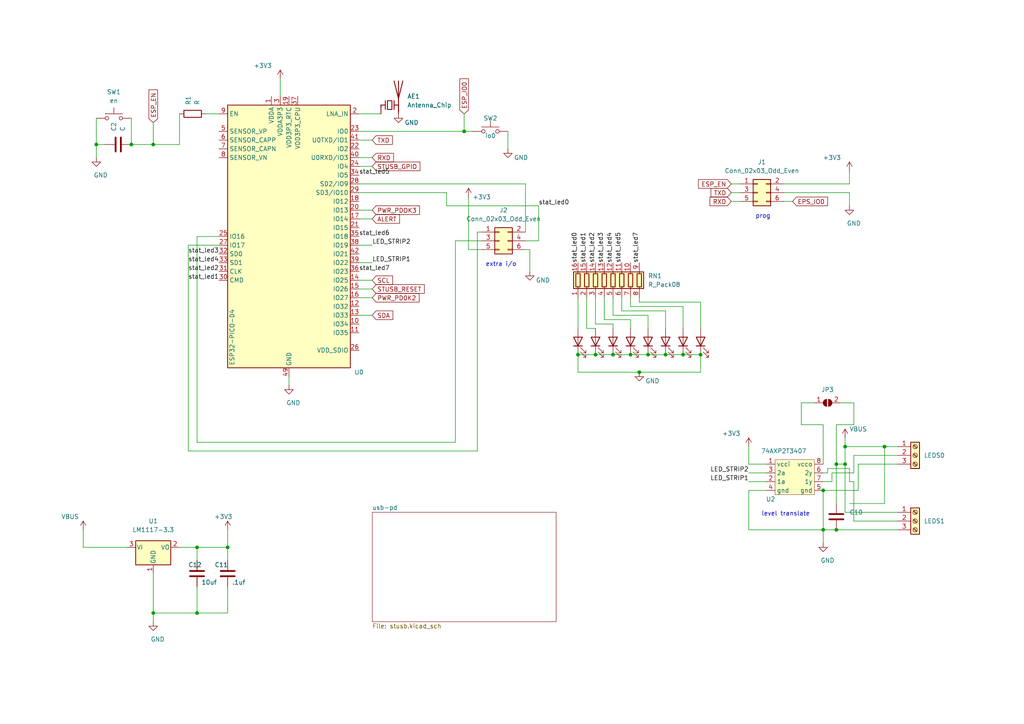
<source format=kicad_sch>
(kicad_sch (version 20210126) (generator eeschema)
  (paper "A4")
  (lib_symbols
    (symbol "Connector:Screw_Terminal_01x03" (pin_names (offset 1.016) hide)
      (property "Reference" "J" (at 0 5.08 0))
      (property "Value" "Screw_Terminal_01x03" (at 0 -5.08 0))
      (symbol "Screw_Terminal_01x03_1_1"
        (circle (center 0 -2.54) (radius 0.635) (stroke (width 0.1524)))
        (circle (center 0 0) (radius 0.635) (stroke (width 0.1524)))
        (circle (center 0 2.54) (radius 0.635) (stroke (width 0.1524)))
        (rectangle (start -1.27 3.81) (end 1.27 -3.81) (stroke (width 0.254)) (fill (type background)))
        (polyline (pts (xy -0.5334 -2.2098) (xy 0.3302 -3.048)) (stroke (width 0.1524)))
        (polyline (pts (xy -0.5334 0.3302) (xy 0.3302 -0.508)) (stroke (width 0.1524)))
        (polyline (pts (xy -0.5334 2.8702) (xy 0.3302 2.032)) (stroke (width 0.1524)))
        (polyline (pts (xy -0.3556 -2.032) (xy 0.508 -2.8702)) (stroke (width 0.1524)))
        (polyline (pts (xy -0.3556 0.508) (xy 0.508 -0.3302)) (stroke (width 0.1524)))
        (polyline (pts (xy -0.3556 3.048) (xy 0.508 2.2098)) (stroke (width 0.1524)))
        (pin passive line (at -5.08 2.54 0) (length 3.81) (name "Pin_1") (number "1"))
        (pin passive line (at -5.08 0 0) (length 3.81) (name "Pin_2") (number "2"))
        (pin passive line (at -5.08 -2.54 0) (length 3.81) (name "Pin_3") (number "3"))
      )
    )
    (symbol "Connector_Generic:Conn_02x03_Odd_Even" (pin_names (offset 1.016) hide)
      (property "Reference" "J" (at 1.27 5.08 0))
      (property "Value" "Conn_02x03_Odd_Even" (at 1.27 -5.08 0))
      (symbol "Conn_02x03_Odd_Even_1_1"
        (rectangle (start -1.27 -2.413) (end 0 -2.667) (stroke (width 0.1524)))
        (rectangle (start -1.27 2.667) (end 0 2.413) (stroke (width 0.1524)))
        (rectangle (start -1.27 3.81) (end 3.81 -3.81) (stroke (width 0.254)) (fill (type background)))
        (rectangle (start -1.27 0.127) (end 0 -0.127) (stroke (width 0.1524)))
        (rectangle (start 3.81 -2.413) (end 2.54 -2.667) (stroke (width 0.1524)))
        (rectangle (start 3.81 2.667) (end 2.54 2.413) (stroke (width 0.1524)))
        (rectangle (start 3.81 0.127) (end 2.54 -0.127) (stroke (width 0.1524)))
        (pin passive line (at -5.08 2.54 0) (length 3.81) (name "Pin_1") (number "1"))
        (pin passive line (at 7.62 2.54 180) (length 3.81) (name "Pin_2") (number "2"))
        (pin passive line (at -5.08 0 0) (length 3.81) (name "Pin_3") (number "3"))
        (pin passive line (at 7.62 0 180) (length 3.81) (name "Pin_4") (number "4"))
        (pin passive line (at -5.08 -2.54 0) (length 3.81) (name "Pin_5") (number "5"))
        (pin passive line (at 7.62 -2.54 180) (length 3.81) (name "Pin_6") (number "6"))
      )
    )
    (symbol "Device:Antenna_Chip" (pin_numbers hide) (pin_names (offset 1.016) hide)
      (property "Reference" "AE" (at 0 5.08 0))
      (property "Value" "Antenna_Chip" (at 0 3.175 0))
      (symbol "Antenna_Chip_0_1"
        (polyline (pts (xy -2.54 0) (xy -2.54 -0.635)) (stroke (width 0.254)))
        (polyline (pts (xy -2.54 0) (xy -1.27 0)) (stroke (width 0.254)))
        (polyline (pts (xy 1.27 0) (xy 2.54 0)) (stroke (width 0.254)))
        (polyline (pts (xy 1.27 1.27) (xy 1.27 -1.27)) (stroke (width 0.254)))
        (polyline (pts (xy 2.54 -0.635) (xy 2.54 0)))
        (polyline (pts (xy 2.54 6.985) (xy 2.54 -1.905)) (stroke (width 0.254)))
        (polyline (pts (xy -1.27 1.27) (xy -1.27 -1.27) (xy -1.27 0)) (stroke (width 0.254)))
        (polyline (pts (xy 3.81 6.985) (xy 2.54 1.905) (xy 1.27 6.985)) (stroke (width 0.254)))
        (polyline (pts (xy -0.635 1.27) (xy 0.635 1.27) (xy 0.635 -1.27) (xy -0.635 -1.27) (xy -0.635 1.27)) (stroke (width 0.254)))
      )
      (symbol "Antenna_Chip_1_1"
        (pin input line (at -2.54 -2.54 90) (length 2.54) (name "FEED") (number "1"))
        (pin passive line (at 2.54 -2.54 90) (length 2.54) (name "PCB_Trace") (number "2"))
      )
    )
    (symbol "Device:C" (pin_numbers hide) (pin_names (offset 0.254))
      (property "Reference" "C" (at 0.635 2.54 0))
      (property "Value" "C" (at 0.635 -2.54 0))
      (symbol "C_0_1"
        (polyline (pts (xy -2.032 -0.762) (xy 2.032 -0.762)) (stroke (width 0.508)))
        (polyline (pts (xy -2.032 0.762) (xy 2.032 0.762)) (stroke (width 0.508)))
      )
      (symbol "C_1_1"
        (pin passive line (at 0 3.81 270) (length 2.794) (name "~") (number "1"))
        (pin passive line (at 0 -3.81 90) (length 2.794) (name "~") (number "2"))
      )
    )
    (symbol "Device:LED" (pin_numbers hide) (pin_names (offset 1.016) hide)
      (property "Reference" "D" (at 0 2.54 0))
      (property "Value" "LED" (at 0 -2.54 0))
      (symbol "LED_0_1"
        (polyline (pts (xy -1.27 -1.27) (xy -1.27 1.27)) (stroke (width 0.254)))
        (polyline (pts (xy -1.27 0) (xy 1.27 0)))
        (polyline (pts (xy 1.27 -1.27) (xy 1.27 1.27) (xy -1.27 0) (xy 1.27 -1.27)) (stroke (width 0.254)))
        (polyline (pts (xy -3.048 -0.762) (xy -4.572 -2.286) (xy -3.81 -2.286) (xy -4.572 -2.286) (xy -4.572 -1.524)))
        (polyline (pts (xy -1.778 -0.762) (xy -3.302 -2.286) (xy -2.54 -2.286) (xy -3.302 -2.286) (xy -3.302 -1.524)))
      )
      (symbol "LED_1_1"
        (pin passive line (at -3.81 0 0) (length 2.54) (name "K") (number "1"))
        (pin passive line (at 3.81 0 180) (length 2.54) (name "A") (number "2"))
      )
    )
    (symbol "Device:R" (pin_numbers hide) (pin_names (offset 0))
      (property "Reference" "R" (at 2.032 0 90))
      (property "Value" "R" (at 0 0 90))
      (symbol "R_0_1"
        (rectangle (start -1.016 -2.54) (end 1.016 2.54) (stroke (width 0.254)))
      )
      (symbol "R_1_1"
        (pin passive line (at 0 3.81 270) (length 1.27) (name "~") (number "1"))
        (pin passive line (at 0 -3.81 90) (length 1.27) (name "~") (number "2"))
      )
    )
    (symbol "Device:R_Pack08" (pin_names (offset 0) hide)
      (property "Reference" "RN" (at -12.7 0 90))
      (property "Value" "R_Pack08" (at 10.16 0 90))
      (symbol "R_Pack08_0_1"
        (rectangle (start -11.43 -2.413) (end 8.89 2.413) (stroke (width 0.254)) (fill (type background)))
        (rectangle (start -10.795 1.905) (end -9.525 -1.905) (stroke (width 0.254)))
        (rectangle (start -8.255 1.905) (end -6.985 -1.905) (stroke (width 0.254)))
        (rectangle (start -5.715 1.905) (end -4.445 -1.905) (stroke (width 0.254)))
        (rectangle (start -3.175 1.905) (end -1.905 -1.905) (stroke (width 0.254)))
        (rectangle (start -0.635 1.905) (end 0.635 -1.905) (stroke (width 0.254)))
        (rectangle (start 1.905 1.905) (end 3.175 -1.905) (stroke (width 0.254)))
        (rectangle (start 4.445 1.905) (end 5.715 -1.905) (stroke (width 0.254)))
        (rectangle (start 6.985 1.905) (end 8.255 -1.905) (stroke (width 0.254)))
        (polyline (pts (xy -10.16 -2.54) (xy -10.16 -1.905)))
        (polyline (pts (xy -10.16 1.905) (xy -10.16 2.54)))
        (polyline (pts (xy -7.62 -2.54) (xy -7.62 -1.905)))
        (polyline (pts (xy -7.62 1.905) (xy -7.62 2.54)))
        (polyline (pts (xy -5.08 -2.54) (xy -5.08 -1.905)))
        (polyline (pts (xy -5.08 1.905) (xy -5.08 2.54)))
        (polyline (pts (xy -2.54 -2.54) (xy -2.54 -1.905)))
        (polyline (pts (xy -2.54 1.905) (xy -2.54 2.54)))
        (polyline (pts (xy 0 -2.54) (xy 0 -1.905)))
        (polyline (pts (xy 0 1.905) (xy 0 2.54)))
        (polyline (pts (xy 2.54 -2.54) (xy 2.54 -1.905)))
        (polyline (pts (xy 2.54 1.905) (xy 2.54 2.54)))
        (polyline (pts (xy 5.08 -2.54) (xy 5.08 -1.905)))
        (polyline (pts (xy 5.08 1.905) (xy 5.08 2.54)))
        (polyline (pts (xy 7.62 -2.54) (xy 7.62 -1.905)))
        (polyline (pts (xy 7.62 1.905) (xy 7.62 2.54)))
      )
      (symbol "R_Pack08_1_1"
        (pin passive line (at -10.16 -5.08 90) (length 2.54) (name "R1.1") (number "1"))
        (pin passive line (at 5.08 5.08 270) (length 2.54) (name "R7.2") (number "10"))
        (pin passive line (at 2.54 5.08 270) (length 2.54) (name "R6.2") (number "11"))
        (pin passive line (at 0 5.08 270) (length 2.54) (name "R5.2") (number "12"))
        (pin passive line (at -2.54 5.08 270) (length 2.54) (name "R4.2") (number "13"))
        (pin passive line (at -5.08 5.08 270) (length 2.54) (name "R3.2") (number "14"))
        (pin passive line (at -7.62 5.08 270) (length 2.54) (name "R2.2") (number "15"))
        (pin passive line (at -10.16 5.08 270) (length 2.54) (name "R1.2") (number "16"))
        (pin passive line (at -7.62 -5.08 90) (length 2.54) (name "R2.1") (number "2"))
        (pin passive line (at -5.08 -5.08 90) (length 2.54) (name "R3.1") (number "3"))
        (pin passive line (at -2.54 -5.08 90) (length 2.54) (name "R4.1") (number "4"))
        (pin passive line (at 0 -5.08 90) (length 2.54) (name "R5.1") (number "5"))
        (pin passive line (at 2.54 -5.08 90) (length 2.54) (name "R6.1") (number "6"))
        (pin passive line (at 5.08 -5.08 90) (length 2.54) (name "R7.1") (number "7"))
        (pin passive line (at 7.62 -5.08 90) (length 2.54) (name "R8.1") (number "8"))
        (pin passive line (at 7.62 5.08 270) (length 2.54) (name "R8.2") (number "9"))
      )
    )
    (symbol "Jumper:SolderJumper_2_Open" (pin_names (offset 0) hide)
      (property "Reference" "JP" (at 0 2.032 0))
      (property "Value" "SolderJumper_2_Open" (at 0 -2.54 0))
      (symbol "SolderJumper_2_Open_0_1"
        (arc (start -0.254 1.016) (end -0.254 -1.016) (radius (at -0.254 0) (length 1.016) (angles 90.1 -90.1)))
        (arc (start -0.254 1.016) (end -0.254 -1.016) (radius (at -0.254 0) (length 1.016) (angles 90.1 -90.1)) (fill (type outline)))
        (arc (start 0.254 -1.016) (end 0.254 1.016) (radius (at 0.254 0) (length 1.016) (angles -89.9 89.9)))
        (arc (start 0.254 -1.016) (end 0.254 1.016) (radius (at 0.254 0) (length 1.016) (angles -89.9 89.9)) (fill (type outline)))
        (polyline (pts (xy -0.254 1.016) (xy -0.254 -1.016)))
        (polyline (pts (xy 0.254 1.016) (xy 0.254 -1.016)))
      )
      (symbol "SolderJumper_2_Open_1_1"
        (pin passive line (at -3.81 0 0) (length 2.54) (name "A") (number "1"))
        (pin passive line (at 3.81 0 180) (length 2.54) (name "B") (number "2"))
      )
    )
    (symbol "RF_Module:ESP32-PICO-D4"
      (property "Reference" "U" (at -17.78 39.37 0))
      (property "Value" "ESP32-PICO-D4" (at 3.81 39.37 0))
      (symbol "ESP32-PICO-D4_0_0"
        (pin power_in line (at -5.08 40.64 270) (length 2.54) (name "VDDA") (number "1"))
        (pin input line (at 20.32 -25.4 180) (length 2.54) (name "IO34") (number "10"))
        (pin input line (at 20.32 -27.94 180) (length 2.54) (name "IO35") (number "11"))
        (pin bidirectional line (at 20.32 -20.32 180) (length 2.54) (name "IO32") (number "12"))
        (pin bidirectional line (at 20.32 -22.86 180) (length 2.54) (name "IO33") (number "13"))
        (pin bidirectional line (at 20.32 -12.7 180) (length 2.54) (name "IO25") (number "14"))
        (pin bidirectional line (at 20.32 -15.24 180) (length 2.54) (name "IO26") (number "15"))
        (pin bidirectional line (at 20.32 -17.78 180) (length 2.54) (name "IO27") (number "16"))
        (pin bidirectional line (at 20.32 5.08 180) (length 2.54) (name "IO14") (number "17"))
        (pin bidirectional line (at 20.32 10.16 180) (length 2.54) (name "IO12") (number "18"))
        (pin power_in line (at 0 40.64 270) (length 2.54) (name "VDD3P3_RTC") (number "19"))
        (pin bidirectional line (at 20.32 35.56 180) (length 2.54) (name "LNA_IN") (number "2"))
        (pin bidirectional line (at 20.32 7.62 180) (length 2.54) (name "IO13") (number "20"))
        (pin bidirectional line (at 20.32 2.54 180) (length 2.54) (name "IO15") (number "21"))
        (pin bidirectional line (at 20.32 25.4 180) (length 2.54) (name "IO2") (number "22"))
        (pin bidirectional line (at 20.32 30.48 180) (length 2.54) (name "IO0") (number "23"))
        (pin bidirectional line (at 20.32 20.32 180) (length 2.54) (name "IO4") (number "24"))
        (pin bidirectional line (at -20.32 0 0) (length 2.54) (name "IO16") (number "25"))
        (pin power_out line (at 20.32 -33.02 180) (length 2.54) (name "VDD_SDIO") (number "26"))
        (pin bidirectional line (at -20.32 -2.54 0) (length 2.54) (name "IO17") (number "27"))
        (pin bidirectional line (at 20.32 15.24 180) (length 2.54) (name "SD2/IO9") (number "28"))
        (pin bidirectional line (at 20.32 12.7 180) (length 2.54) (name "SD3/IO10") (number "29"))
        (pin power_in line (at -2.54 40.64 270) (length 2.54) (name "VDDA3P3") (number "3"))
        (pin bidirectional line (at -20.32 -12.7 0) (length 2.54) (name "CMD") (number "30"))
        (pin bidirectional line (at -20.32 -10.16 0) (length 2.54) (name "CLK") (number "31"))
        (pin bidirectional line (at -20.32 -5.08 0) (length 2.54) (name "SD0") (number "32"))
        (pin bidirectional line (at -20.32 -7.62 0) (length 2.54) (name "SD1") (number "33"))
        (pin bidirectional line (at 20.32 17.78 180) (length 2.54) (name "IO5") (number "34"))
        (pin bidirectional line (at 20.32 0 180) (length 2.54) (name "IO18") (number "35"))
        (pin bidirectional line (at 20.32 -10.16 180) (length 2.54) (name "IO23") (number "36"))
        (pin power_in line (at 2.54 40.64 270) (length 2.54) (name "VDD3P3_CPU") (number "37"))
        (pin bidirectional line (at 20.32 -2.54 180) (length 2.54) (name "IO19") (number "38"))
        (pin bidirectional line (at 20.32 -7.62 180) (length 2.54) (name "IO22") (number "39"))
        (pin passive line (at -2.54 40.64 270) (length 2.54) hide (name "VDDA3P3") (number "4"))
        (pin bidirectional line (at 20.32 22.86 180) (length 2.54) (name "U0RXD/IO3") (number "40"))
        (pin bidirectional line (at 20.32 27.94 180) (length 2.54) (name "U0TXD/IO1") (number "41"))
        (pin bidirectional line (at 20.32 -5.08 180) (length 2.54) (name "IO21") (number "42"))
        (pin passive line (at -5.08 40.64 270) (length 2.54) hide (name "VDDA") (number "43"))
        (pin no_connect line (at -17.78 -25.4 0) (length 2.54) hide (name "XTAL_N_NC") (number "44"))
        (pin no_connect line (at -17.78 -27.94 0) (length 2.54) hide (name "XTAL_P_NC") (number "45"))
        (pin passive line (at -5.08 40.64 270) (length 2.54) hide (name "VDDA") (number "46"))
        (pin no_connect line (at -17.78 -30.48 0) (length 2.54) hide (name "CAP2_NC") (number "47"))
        (pin no_connect line (at -17.78 -33.02 0) (length 2.54) hide (name "CAP1_NC") (number "48"))
        (pin power_in line (at 0 -40.64 90) (length 2.54) (name "GND") (number "49"))
        (pin input line (at -20.32 30.48 0) (length 2.54) (name "SENSOR_VP") (number "5"))
        (pin input line (at -20.32 27.94 0) (length 2.54) (name "SENSOR_CAPP") (number "6"))
        (pin input line (at -20.32 25.4 0) (length 2.54) (name "SENSOR_CAPN") (number "7"))
        (pin input line (at -20.32 22.86 0) (length 2.54) (name "SENSOR_VN") (number "8"))
        (pin input line (at -20.32 35.56 0) (length 2.54) (name "EN") (number "9"))
      )
      (symbol "ESP32-PICO-D4_0_1"
        (rectangle (start -17.78 38.1) (end 17.78 -38.1) (stroke (width 0.254)) (fill (type background)))
      )
    )
    (symbol "Regulator_Linear:LM1117-3.3" (pin_names (offset 0.254))
      (property "Reference" "U" (at -3.81 3.175 0))
      (property "Value" "LM1117-3.3" (at 0 3.175 0))
      (symbol "LM1117-3.3_0_1"
        (rectangle (start -5.08 -5.08) (end 5.08 1.905) (stroke (width 0.254)) (fill (type background)))
      )
      (symbol "LM1117-3.3_1_1"
        (pin power_in line (at 0 -7.62 90) (length 2.54) (name "GND") (number "1"))
        (pin power_out line (at 7.62 0 180) (length 2.54) (name "VO") (number "2"))
        (pin power_in line (at -7.62 0 0) (length 2.54) (name "VI") (number "3"))
      )
    )
    (symbol "Switch:SW_Push" (pin_numbers hide) (pin_names (offset 1.016) hide)
      (property "Reference" "SW" (at 1.27 2.54 0))
      (property "Value" "SW_Push" (at 0 -1.524 0))
      (symbol "SW_Push_0_1"
        (circle (center -2.032 0) (radius 0.508))
        (circle (center 2.032 0) (radius 0.508))
        (polyline (pts (xy 0 1.27) (xy 0 3.048)))
        (polyline (pts (xy 2.54 1.27) (xy -2.54 1.27)))
        (pin passive line (at -5.08 0 0) (length 2.54) (name "1") (number "1"))
        (pin passive line (at 5.08 0 180) (length 2.54) (name "2") (number "2"))
      )
    )
    (symbol "power:+3.3V" (power) (pin_names (offset 0))
      (property "Value" "+3.3V" (at 0 3.556 0))
      (symbol "+3.3V_0_1"
        (polyline (pts (xy -0.762 1.27) (xy 0 2.54)))
        (polyline (pts (xy 0 0) (xy 0 2.54)))
        (polyline (pts (xy 0 2.54) (xy 0.762 1.27)))
      )
      (symbol "+3.3V_1_1"
        (pin power_in line (at 0 0 90) (length 0) hide (name "+3V3") (number "1"))
      )
    )
    (symbol "power:GND" (power) (pin_names (offset 0))
      (property "Value" "GND" (at 0 -3.81 0))
      (symbol "GND_0_1"
        (polyline (pts (xy 0 0) (xy 0 -1.27) (xy 1.27 -1.27) (xy 0 -2.54) (xy -1.27 -1.27) (xy 0 -1.27)))
      )
      (symbol "GND_1_1"
        (pin power_in line (at 0 0 270) (length 0) hide (name "GND") (number "1"))
      )
    )
    (symbol "power:VBUS" (power) (pin_names (offset 0))
      (property "Value" "VBUS" (at 0 3.81 0))
      (symbol "VBUS_0_1"
        (polyline (pts (xy -0.762 1.27) (xy 0 2.54)))
        (polyline (pts (xy 0 0) (xy 0 2.54)))
        (polyline (pts (xy 0 2.54) (xy 0.762 1.27)))
      )
      (symbol "VBUS_1_1"
        (pin power_in line (at 0 0 90) (length 0) hide (name "VBUS") (number "1"))
      )
    )
    (symbol "precise:74AXP2T3407"
      (property "Reference" "U" (at 3.81 -6.35 0))
      (property "Value" "74AXP2T3407" (at 1.27 -7.62 0))
      (symbol "74AXP2T3407_0_1"
        (rectangle (start -5.08 5.08) (end 6.35 -5.08) (stroke (width 0.1)) (fill (type background)))
      )
      (symbol "74AXP2T3407_1_1"
        (pin power_in line (at -7.62 3.81 0) (length 2.54) (name "vcci") (number "1"))
        (pin input line (at -7.62 -1.27 0) (length 2.54) (name "1a") (number "2"))
        (pin input line (at -7.62 1.27 0) (length 2.54) (name "2a") (number "3"))
        (pin power_out line (at -7.62 -3.81 0) (length 2.54) (name "gnd") (number "4"))
        (pin power_in line (at 8.89 3.81 180) (length 2.54) (name "vcco") (number "8"))
        (pin output line (at 8.89 -1.27 180) (length 2.54) (name "1y") (number "7"))
        (pin output line (at 8.89 1.27 180) (length 2.54) (name "2y") (number "6"))
        (pin power_out line (at 8.89 -3.81 180) (length 2.54) (name "gnd") (number "5"))
      )
    )
  )
  (junction (at 27.94 41.91) (diameter 0.9144))
  (junction (at 38.1 41.91) (diameter 0.9144))
  (junction (at 44.45 41.91) (diameter 0.9144))
  (junction (at 44.45 177.8) (diameter 0.9144))
  (junction (at 57.15 158.75) (diameter 0.9144))
  (junction (at 57.15 177.8) (diameter 0.9144))
  (junction (at 66.04 158.75) (diameter 0.9144))
  (junction (at 134.62 38.1) (diameter 0.9144))
  (junction (at 167.64 102.87) (diameter 0.9144))
  (junction (at 172.72 102.87) (diameter 0.9144))
  (junction (at 177.8 102.87) (diameter 0.9144))
  (junction (at 182.88 102.87) (diameter 0.9144))
  (junction (at 185.42 107.95) (diameter 0.9144))
  (junction (at 187.96 102.87) (diameter 0.9144))
  (junction (at 193.04 102.87) (diameter 0.9144))
  (junction (at 198.12 102.87) (diameter 0.9144))
  (junction (at 203.2 102.87) (diameter 0.9144))
  (junction (at 238.76 142.24) (diameter 0.9144))
  (junction (at 238.76 153.67) (diameter 0.9144))
  (junction (at 242.57 134.62) (diameter 0.9144))
  (junction (at 242.57 153.67) (diameter 0.9144))
  (junction (at 245.11 129.54) (diameter 0.9144))
  (junction (at 245.11 134.62) (diameter 0.9144))
  (junction (at 256.54 129.54) (diameter 0.9144))
  (wire (pts (xy 24.13 153.67) (xy 24.13 158.75)))
  (wire (pts (xy 24.13 158.75) (xy 36.83 158.75)))
  (wire (pts (xy 27.94 34.29) (xy 27.94 41.91)))
  (wire (pts (xy 27.94 41.91) (xy 27.94 45.72)))
  (wire (pts (xy 27.94 41.91) (xy 30.48 41.91)))
  (wire (pts (xy 38.1 34.29) (xy 38.1 41.91)))
  (wire (pts (xy 44.45 35.56) (xy 44.45 41.91)))
  (wire (pts (xy 44.45 41.91) (xy 38.1 41.91)))
  (wire (pts (xy 44.45 166.37) (xy 44.45 177.8)))
  (wire (pts (xy 44.45 177.8) (xy 44.45 180.34)))
  (wire (pts (xy 44.45 177.8) (xy 57.15 177.8)))
  (wire (pts (xy 52.07 33.02) (xy 52.07 41.91)))
  (wire (pts (xy 52.07 41.91) (xy 44.45 41.91)))
  (wire (pts (xy 52.07 158.75) (xy 57.15 158.75)))
  (wire (pts (xy 54.61 71.12) (xy 54.61 130.81)))
  (wire (pts (xy 54.61 71.12) (xy 63.5 71.12)))
  (wire (pts (xy 54.61 130.81) (xy 138.43 130.81)))
  (wire (pts (xy 57.15 68.58) (xy 57.15 128.27)))
  (wire (pts (xy 57.15 68.58) (xy 63.5 68.58)))
  (wire (pts (xy 57.15 128.27) (xy 132.08 128.27)))
  (wire (pts (xy 57.15 158.75) (xy 57.15 162.56)))
  (wire (pts (xy 57.15 158.75) (xy 66.04 158.75)))
  (wire (pts (xy 57.15 170.18) (xy 57.15 177.8)))
  (wire (pts (xy 57.15 177.8) (xy 66.04 177.8)))
  (wire (pts (xy 59.69 33.02) (xy 63.5 33.02)))
  (wire (pts (xy 66.04 153.67) (xy 66.04 158.75)))
  (wire (pts (xy 66.04 158.75) (xy 66.04 162.56)))
  (wire (pts (xy 66.04 170.18) (xy 66.04 177.8)))
  (wire (pts (xy 81.28 22.86) (xy 81.28 27.94)))
  (wire (pts (xy 83.82 109.22) (xy 83.82 111.76)))
  (wire (pts (xy 104.14 33.02) (xy 110.49 33.02)))
  (wire (pts (xy 104.14 38.1) (xy 134.62 38.1)))
  (wire (pts (xy 104.14 40.64) (xy 107.95 40.64)))
  (wire (pts (xy 104.14 45.72) (xy 107.95 45.72)))
  (wire (pts (xy 104.14 48.26) (xy 107.95 48.26)))
  (wire (pts (xy 104.14 53.34) (xy 152.4 53.34)))
  (wire (pts (xy 104.14 60.96) (xy 107.95 60.96)))
  (wire (pts (xy 104.14 63.5) (xy 107.95 63.5)))
  (wire (pts (xy 104.14 71.12) (xy 107.95 71.12)))
  (wire (pts (xy 104.14 76.2) (xy 107.95 76.2)))
  (wire (pts (xy 104.14 81.28) (xy 107.95 81.28)))
  (wire (pts (xy 104.14 83.82) (xy 107.95 83.82)))
  (wire (pts (xy 104.14 86.36) (xy 107.95 86.36)))
  (wire (pts (xy 104.14 91.44) (xy 107.95 91.44)))
  (wire (pts (xy 129.54 55.88) (xy 104.14 55.88)))
  (wire (pts (xy 129.54 59.69) (xy 129.54 55.88)))
  (wire (pts (xy 129.54 59.69) (xy 156.21 59.69)))
  (wire (pts (xy 132.08 69.85) (xy 139.7 69.85)))
  (wire (pts (xy 132.08 128.27) (xy 132.08 69.85)))
  (wire (pts (xy 134.62 33.02) (xy 134.62 38.1)))
  (wire (pts (xy 134.62 38.1) (xy 137.16 38.1)))
  (wire (pts (xy 135.89 57.15) (xy 135.89 72.39)))
  (wire (pts (xy 138.43 67.31) (xy 139.7 67.31)))
  (wire (pts (xy 138.43 130.81) (xy 138.43 67.31)))
  (wire (pts (xy 139.7 72.39) (xy 135.89 72.39)))
  (wire (pts (xy 147.32 38.1) (xy 147.32 43.18)))
  (wire (pts (xy 152.4 53.34) (xy 152.4 67.31)))
  (wire (pts (xy 152.4 72.39) (xy 153.67 72.39)))
  (wire (pts (xy 153.67 72.39) (xy 153.67 78.74)))
  (wire (pts (xy 156.21 59.69) (xy 156.21 69.85)))
  (wire (pts (xy 156.21 69.85) (xy 152.4 69.85)))
  (wire (pts (xy 167.64 86.36) (xy 167.64 95.25)))
  (wire (pts (xy 167.64 102.87) (xy 167.64 107.95)))
  (wire (pts (xy 167.64 102.87) (xy 172.72 102.87)))
  (wire (pts (xy 167.64 107.95) (xy 185.42 107.95)))
  (wire (pts (xy 170.18 95.25) (xy 170.18 86.36)))
  (wire (pts (xy 172.72 86.36) (xy 172.72 93.98)))
  (wire (pts (xy 172.72 93.98) (xy 177.8 93.98)))
  (wire (pts (xy 172.72 95.25) (xy 170.18 95.25)))
  (wire (pts (xy 172.72 102.87) (xy 177.8 102.87)))
  (wire (pts (xy 175.26 86.36) (xy 175.26 92.71)))
  (wire (pts (xy 175.26 92.71) (xy 182.88 92.71)))
  (wire (pts (xy 177.8 86.36) (xy 177.8 91.44)))
  (wire (pts (xy 177.8 91.44) (xy 187.96 91.44)))
  (wire (pts (xy 177.8 93.98) (xy 177.8 95.25)))
  (wire (pts (xy 177.8 102.87) (xy 182.88 102.87)))
  (wire (pts (xy 180.34 86.36) (xy 180.34 90.17)))
  (wire (pts (xy 180.34 90.17) (xy 193.04 90.17)))
  (wire (pts (xy 182.88 86.36) (xy 182.88 88.9)))
  (wire (pts (xy 182.88 88.9) (xy 198.12 88.9)))
  (wire (pts (xy 182.88 92.71) (xy 182.88 95.25)))
  (wire (pts (xy 182.88 102.87) (xy 187.96 102.87)))
  (wire (pts (xy 185.42 86.36) (xy 185.42 87.63)))
  (wire (pts (xy 185.42 87.63) (xy 203.2 87.63)))
  (wire (pts (xy 185.42 107.95) (xy 203.2 107.95)))
  (wire (pts (xy 187.96 91.44) (xy 187.96 95.25)))
  (wire (pts (xy 187.96 102.87) (xy 193.04 102.87)))
  (wire (pts (xy 193.04 90.17) (xy 193.04 95.25)))
  (wire (pts (xy 193.04 102.87) (xy 198.12 102.87)))
  (wire (pts (xy 198.12 88.9) (xy 198.12 95.25)))
  (wire (pts (xy 198.12 102.87) (xy 203.2 102.87)))
  (wire (pts (xy 203.2 87.63) (xy 203.2 95.25)))
  (wire (pts (xy 203.2 107.95) (xy 203.2 102.87)))
  (wire (pts (xy 212.09 53.34) (xy 214.63 53.34)))
  (wire (pts (xy 212.09 55.88) (xy 214.63 55.88)))
  (wire (pts (xy 212.09 58.42) (xy 214.63 58.42)))
  (wire (pts (xy 217.17 129.54) (xy 217.17 134.62)))
  (wire (pts (xy 217.17 134.62) (xy 222.25 134.62)))
  (wire (pts (xy 217.17 137.16) (xy 222.25 137.16)))
  (wire (pts (xy 217.17 139.7) (xy 222.25 139.7)))
  (wire (pts (xy 217.17 142.24) (xy 217.17 153.67)))
  (wire (pts (xy 217.17 153.67) (xy 238.76 153.67)))
  (wire (pts (xy 222.25 142.24) (xy 217.17 142.24)))
  (wire (pts (xy 227.33 53.34) (xy 246.38 53.34)))
  (wire (pts (xy 227.33 55.88) (xy 246.38 55.88)))
  (wire (pts (xy 227.33 58.42) (xy 229.87 58.42)))
  (wire (pts (xy 232.41 116.84) (xy 236.22 116.84)))
  (wire (pts (xy 232.41 123.19) (xy 232.41 116.84)))
  (wire (pts (xy 238.76 123.19) (xy 232.41 123.19)))
  (wire (pts (xy 238.76 134.62) (xy 238.76 123.19)))
  (wire (pts (xy 238.76 137.16) (xy 240.03 137.16)))
  (wire (pts (xy 238.76 142.24) (xy 238.76 153.67)))
  (wire (pts (xy 238.76 142.24) (xy 248.92 142.24)))
  (wire (pts (xy 238.76 153.67) (xy 238.76 157.48)))
  (wire (pts (xy 238.76 153.67) (xy 242.57 153.67)))
  (wire (pts (xy 240.03 135.89) (xy 240.03 137.16)))
  (wire (pts (xy 241.3 137.16) (xy 241.3 139.7)))
  (wire (pts (xy 241.3 139.7) (xy 238.76 139.7)))
  (wire (pts (xy 242.57 123.19) (xy 242.57 134.62)))
  (wire (pts (xy 242.57 134.62) (xy 242.57 146.05)))
  (wire (pts (xy 242.57 134.62) (xy 245.11 134.62)))
  (wire (pts (xy 242.57 153.67) (xy 260.35 153.67)))
  (wire (pts (xy 243.84 116.84) (xy 247.65 116.84)))
  (wire (pts (xy 245.11 127) (xy 245.11 129.54)))
  (wire (pts (xy 245.11 129.54) (xy 245.11 134.62)))
  (wire (pts (xy 245.11 129.54) (xy 256.54 129.54)))
  (wire (pts (xy 245.11 134.62) (xy 245.11 148.59)))
  (wire (pts (xy 245.11 148.59) (xy 260.35 148.59)))
  (wire (pts (xy 246.38 53.34) (xy 246.38 49.53)))
  (wire (pts (xy 246.38 55.88) (xy 246.38 59.69)))
  (wire (pts (xy 246.38 135.89) (xy 240.03 135.89)))
  (wire (pts (xy 246.38 139.7) (xy 246.38 135.89)))
  (wire (pts (xy 246.38 146.05) (xy 256.54 146.05)))
  (wire (pts (xy 247.65 116.84) (xy 247.65 123.19)))
  (wire (pts (xy 247.65 123.19) (xy 242.57 123.19)))
  (wire (pts (xy 247.65 132.08) (xy 247.65 137.16)))
  (wire (pts (xy 247.65 137.16) (xy 241.3 137.16)))
  (wire (pts (xy 247.65 139.7) (xy 246.38 139.7)))
  (wire (pts (xy 247.65 139.7) (xy 247.65 151.13)))
  (wire (pts (xy 247.65 151.13) (xy 260.35 151.13)))
  (wire (pts (xy 248.92 134.62) (xy 248.92 142.24)))
  (wire (pts (xy 248.92 134.62) (xy 260.35 134.62)))
  (wire (pts (xy 256.54 129.54) (xy 260.35 129.54)))
  (wire (pts (xy 256.54 146.05) (xy 256.54 129.54)))
  (wire (pts (xy 260.35 132.08) (xy 247.65 132.08)))
  (text "extra i/o" (at 149.86 77.47 180) (effects (font (size 1.27 1.27)) (justify right bottom)))
  (text "prog\n" (at 223.52 63.5 180) (effects (font (size 1.27 1.27)) (justify right bottom)))
  (text "level translate\n" (at 234.95 149.86 180) (effects (font (size 1.27 1.27)) (justify right bottom)))
  (label "stat_led3" (at 63.5 73.66 180))
  (label "stat_led4" (at 63.5 76.2 180))
  (label "stat_led2" (at 63.5 78.74 180))
  (label "stat_led1" (at 63.5 81.28 180))
  (label "stat_led5" (at 104.14 50.8 0))
  (label "stat_led6" (at 104.14 68.58 0))
  (label "stat_led7" (at 104.14 78.74 0))
  (label "LED_STRIP2" (at 107.95 71.12 0))
  (label "LED_STRIP1" (at 107.95 76.2 0))
  (label "stat_led0" (at 156.21 59.69 0))
  (label "stat_led0" (at 167.64 76.2 90))
  (label "stat_led1" (at 170.18 76.2 90))
  (label "stat_led2" (at 172.72 76.2 90))
  (label "stat_led3" (at 175.26 76.2 90))
  (label "stat_led4" (at 177.8 76.2 90))
  (label "stat_led5" (at 180.34 76.2 90))
  (label "stat_led7" (at 185.42 76.2 90))
  (label "LED_STRIP2" (at 217.17 137.16 180))
  (label "LED_STRIP1" (at 217.17 139.7 180))
  (global_label "ESP_EN" (shape input) (at 44.45 35.56 90) (property "Intersheet References" "${INTERSHEET_REFS}" (effects hide)))
  (global_label "TXD" (shape input) (at 107.95 40.64 0) (property "Intersheet References" "${INTERSHEET_REFS}" (effects hide)))
  (global_label "RXD" (shape input) (at 107.95 45.72 0) (property "Intersheet References" "${INTERSHEET_REFS}" (effects hide)))
  (global_label "STUSB_GPIO" (shape input) (at 107.95 48.26 0) (property "Intersheet References" "${INTERSHEET_REFS}" (effects hide)))
  (global_label "PWR_PDOK3" (shape input) (at 107.95 60.96 0) (property "Intersheet References" "${INTERSHEET_REFS}" (effects hide)))
  (global_label "ALERT" (shape input) (at 107.95 63.5 0) (property "Intersheet References" "${INTERSHEET_REFS}" (effects hide)))
  (global_label "SCL" (shape input) (at 107.95 81.28 0) (property "Intersheet References" "${INTERSHEET_REFS}" (effects hide)))
  (global_label "STUSB_RESET" (shape input) (at 107.95 83.82 0) (property "Intersheet References" "${INTERSHEET_REFS}" (effects hide)))
  (global_label "PWR_PD0K2" (shape input) (at 107.95 86.36 0) (property "Intersheet References" "${INTERSHEET_REFS}" (effects hide)))
  (global_label "SDA" (shape input) (at 107.95 91.44 0) (property "Intersheet References" "${INTERSHEET_REFS}" (effects hide)))
  (global_label "ESP_IO0" (shape input) (at 134.62 33.02 90) (property "Intersheet References" "${INTERSHEET_REFS}" (effects hide)))
  (global_label "ESP_EN" (shape input) (at 212.09 53.34 180) (property "Intersheet References" "${INTERSHEET_REFS}" (effects hide)))
  (global_label "TXD" (shape input) (at 212.09 55.88 180) (property "Intersheet References" "${INTERSHEET_REFS}" (effects hide)))
  (global_label "RXD" (shape input) (at 212.09 58.42 180) (property "Intersheet References" "${INTERSHEET_REFS}" (effects hide)))
  (global_label "EPS_IO0" (shape input) (at 229.87 58.42 0) (property "Intersheet References" "${INTERSHEET_REFS}" (effects hide)))
  (symbol (lib_id "power:VBUS") (at 24.13 153.67 0) (unit 1)
    (property "Reference" "#PWR0121" (effects hide))
    (property "Value" "VBUS" (at 20.32 149.86 0))
  )
  (symbol (lib_id "power:+3.3V") (at 66.04 153.67 0) (unit 1)
    (property "Reference" "#PWR0124" (effects hide))
    (property "Value" "+3.3V" (at 64.77 149.86 0))
  )
  (symbol (lib_id "power:+3.3V") (at 81.28 22.86 0) (unit 1)
    (property "Reference" "#PWR0118" (effects hide))
    (property "Value" "+3.3V" (at 76.2 19.05 0))
  )
  (symbol (lib_id "power:+3.3V") (at 135.89 57.15 0) (unit 1)
    (property "Reference" "#PWR0129" (effects hide))
    (property "Value" "+3.3V" (at 139.7 57.15 0))
  )
  (symbol (lib_id "power:+3.3V") (at 217.17 129.54 0) (unit 1)
    (property "Reference" "#PWR0101" (effects hide))
    (property "Value" "+3.3V" (at 212.09 125.73 0))
  )
  (symbol (lib_id "power:VBUS") (at 245.11 127 0) (unit 1)
    (property "Reference" "#PWR0102" (effects hide))
    (property "Value" "VBUS" (at 248.92 124.46 0))
  )
  (symbol (lib_id "power:+3.3V") (at 246.38 49.53 0) (unit 1)
    (property "Reference" "#PWR0120" (effects hide))
    (property "Value" "+3.3V" (at 241.3 45.72 0))
  )
  (symbol (lib_id "power:GND") (at 27.94 45.72 0) (unit 1)
    (property "Reference" "#PWR0105" (effects hide))
    (property "Value" "GND" (at 29.21 50.8 0))
  )
  (symbol (lib_id "power:GND") (at 44.45 180.34 0) (unit 1)
    (property "Reference" "#PWR0122" (effects hide))
    (property "Value" "GND" (at 45.72 185.42 0))
  )
  (symbol (lib_id "power:GND") (at 83.82 111.76 0) (unit 1)
    (property "Reference" "#PWR0117" (effects hide))
    (property "Value" "GND" (at 85.09 116.84 0))
  )
  (symbol (lib_id "power:GND") (at 115.57 33.02 0) (unit 1)
    (property "Reference" "#PWR0116" (effects hide))
    (property "Value" "GND" (at 119.38 35.56 0))
  )
  (symbol (lib_id "power:GND") (at 147.32 43.18 0) (unit 1)
    (property "Reference" "#PWR0104" (effects hide))
    (property "Value" "GND" (at 151.13 45.72 0))
  )
  (symbol (lib_id "power:GND") (at 153.67 78.74 0) (unit 1)
    (property "Reference" "#PWR0123" (effects hide))
    (property "Value" "GND" (at 157.48 81.28 0))
  )
  (symbol (lib_id "power:GND") (at 185.42 107.95 0) (unit 1)
    (property "Reference" "#PWR0125" (effects hide))
    (property "Value" "GND" (at 189.23 110.49 0))
  )
  (symbol (lib_id "power:GND") (at 238.76 157.48 0) (unit 1)
    (property "Reference" "#PWR0103" (effects hide))
    (property "Value" "GND" (at 240.03 162.56 0))
  )
  (symbol (lib_id "power:GND") (at 246.38 59.69 0) (unit 1)
    (property "Reference" "#PWR0119" (effects hide))
    (property "Value" "GND" (at 247.65 64.77 0))
  )
  (symbol (lib_id "Device:R") (at 55.88 33.02 90) (unit 1)
    (property "Reference" "R1" (at 54.61 30.48 0) (effects (justify left)))
    (property "Value" "R" (at 57.15 30.48 0) (effects (justify left)))
    (property "Footprint" "Resistor_SMD:R_0603_1608Metric" (effects hide))
  )
  (symbol (lib_id "Jumper:SolderJumper_2_Open") (at 240.03 116.84 0) (unit 1)
    (property "Reference" "JP3" (at 240.03 113.03 0))
    (property "Value" "SolderJumper_2_Open" (effects hide))
    (property "Footprint" "Connector_PinHeader_1.27mm:PinHeader_1x02_P1.27mm_Vertical" (effects hide))
  )
  (symbol (lib_id "Device:LED") (at 167.64 99.06 90) (unit 1)
    (property "Reference" "D1" (effects hide))
    (property "Value" "LED" (effects hide))
    (property "Footprint" "LED_SMD:LED_0603_1608Metric" (effects hide))
  )
  (symbol (lib_id "Device:LED") (at 172.72 99.06 90) (unit 1)
    (property "Reference" "D2" (effects hide))
    (property "Value" "LED" (effects hide))
    (property "Footprint" "LED_SMD:LED_0603_1608Metric" (effects hide))
  )
  (symbol (lib_id "Device:LED") (at 177.8 99.06 90) (unit 1)
    (property "Reference" "D3" (effects hide))
    (property "Value" "LED" (effects hide))
    (property "Footprint" "LED_SMD:LED_0603_1608Metric" (effects hide))
  )
  (symbol (lib_id "Device:LED") (at 182.88 99.06 90) (unit 1)
    (property "Reference" "D4" (effects hide))
    (property "Value" "LED" (effects hide))
    (property "Footprint" "LED_SMD:LED_0603_1608Metric" (effects hide))
  )
  (symbol (lib_id "Device:LED") (at 187.96 99.06 90) (unit 1)
    (property "Reference" "D5" (effects hide))
    (property "Value" "LED" (effects hide))
    (property "Footprint" "LED_SMD:LED_0603_1608Metric" (effects hide))
  )
  (symbol (lib_id "Device:LED") (at 193.04 99.06 90) (unit 1)
    (property "Reference" "D6" (effects hide))
    (property "Value" "LED" (effects hide))
    (property "Footprint" "LED_SMD:LED_0603_1608Metric" (effects hide))
  )
  (symbol (lib_id "Device:LED") (at 198.12 99.06 90) (unit 1)
    (property "Reference" "D7" (effects hide))
    (property "Value" "LED" (effects hide))
    (property "Footprint" "LED_SMD:LED_0603_1608Metric" (effects hide))
  )
  (symbol (lib_id "Device:LED") (at 203.2 99.06 90) (unit 1)
    (property "Reference" "D8" (effects hide))
    (property "Value" "LED" (effects hide))
    (property "Footprint" "LED_SMD:LED_0603_1608Metric" (effects hide))
  )
  (symbol (lib_id "Device:C") (at 34.29 41.91 90) (unit 1)
    (property "Reference" "C2" (at 33.02 38.1 0) (effects (justify left)))
    (property "Value" "C" (at 35.56 38.1 0) (effects (justify left)))
    (property "Footprint" "Capacitor_SMD:C_0603_1608Metric" (effects hide))
  )
  (symbol (lib_id "Device:C") (at 57.15 166.37 0) (unit 1)
    (property "Reference" "C12" (at 54.61 163.83 0) (effects (justify left)))
    (property "Value" "10uf" (at 58.42 168.91 0) (effects (justify left)))
    (property "Footprint" "Capacitor_SMD:C_0805_2012Metric" (effects hide))
  )
  (symbol (lib_id "Device:C") (at 66.04 166.37 0) (unit 1)
    (property "Reference" "C11" (at 62.23 163.83 0) (effects (justify left)))
    (property "Value" ".1uf" (at 67.31 168.91 0) (effects (justify left)))
    (property "Footprint" "Capacitor_SMD:C_0603_1608Metric" (effects hide))
  )
  (symbol (lib_id "Device:C") (at 242.57 149.86 0) (unit 1)
    (property "Reference" "C10" (at 246.38 148.59 0) (effects (justify left)))
    (property "Value" "C" (effects hide))
    (property "Footprint" "Capacitor_SMD:C_Elec_10x10.2" (effects hide))
  )
  (symbol (lib_id "Switch:SW_Push") (at 33.02 34.29 0) (unit 1)
    (property "Reference" "SW1" (at 33.02 26.67 0))
    (property "Value" "en" (at 33.02 29.21 0))
    (property "Footprint" "Button_Switch_SMD:SW_Push_1P1T_NO_Vertical_Wuerth_434133025816" (effects hide))
  )
  (symbol (lib_id "Switch:SW_Push") (at 142.24 38.1 0) (unit 1)
    (property "Reference" "SW2" (at 142.24 34.29 0))
    (property "Value" "io0" (at 142.24 39.37 0))
    (property "Footprint" "Button_Switch_SMD:SW_Push_1P1T_NO_Vertical_Wuerth_434133025816" (effects hide))
  )
  (symbol (lib_id "Connector:Screw_Terminal_01x03") (at 265.43 132.08 0) (unit 1)
    (property "Reference" "LEDS0" (at 267.97 132.08 0) (effects (justify left)))
    (property "Value" "Screw_Terminal_01x0" (effects hide))
    (property "Footprint" "TerminalBlock_Phoenix:TerminalBlock_Phoenix_PT-1,5-3-3.5-H_1x03_P3.50mm_Horizontal" (effects hide))
  )
  (symbol (lib_id "Connector:Screw_Terminal_01x03") (at 265.43 151.13 0) (unit 1)
    (property "Reference" "LEDS1" (at 267.97 151.13 0) (effects (justify left)))
    (property "Value" "Screw_Terminal_01x03" (effects hide))
    (property "Footprint" "TerminalBlock_Phoenix:TerminalBlock_Phoenix_PT-1,5-3-3.5-H_1x03_P3.50mm_Horizontal" (effects hide))
  )
  (symbol (lib_id "Device:Antenna_Chip") (at 113.03 30.48 0) (unit 1)
    (property "Reference" "AE1" (at 118.11 27.94 0) (effects (justify left)))
    (property "Value" "Antenna_Chip" (at 118.11 30.48 0) (effects (justify left)))
    (property "Footprint" "RF_Antenna:Texas_SWRA117D_2.4GHz_Right" (effects hide))
  )
  (symbol (lib_id "Connector_Generic:Conn_02x03_Odd_Even") (at 144.78 69.85 0) (unit 1)
    (property "Reference" "J2" (at 146.05 60.96 0))
    (property "Value" "Conn_02x03_Odd_Even" (at 146.05 63.5 0))
    (property "Footprint" "Connector_PinHeader_1.27mm:PinHeader_2x03_P1.27mm_Vertical" (effects hide))
  )
  (symbol (lib_id "Connector_Generic:Conn_02x03_Odd_Even") (at 219.71 55.88 0) (unit 1)
    (property "Reference" "J1" (at 220.98 46.99 0))
    (property "Value" "Conn_02x03_Odd_Even" (at 220.98 49.53 0))
    (property "Footprint" "Connector_PinHeader_1.27mm:PinHeader_2x03_P1.27mm_Vertical" (effects hide))
  )
  (symbol (lib_id "Regulator_Linear:LM1117-3.3") (at 44.45 158.75 0) (unit 1)
    (property "Reference" "U1" (at 44.45 151.13 0))
    (property "Value" "LM1117-3.3" (at 44.45 153.67 0))
    (property "Footprint" "Package_TO_SOT_SMD:SOT-223" (effects hide))
    (property "Datasheet" "http://www.ti.com/lit/ds/symlink/lm1117.pdf" (effects hide))
  )
  (symbol (lib_id "precise:74AXP2T3407") (at 229.87 138.43 0) (unit 1)
    (property "Reference" "U2" (at 223.52 144.78 0))
    (property "Value" "74AXP2T3407" (at 227.33 130.81 0))
    (property "Footprint" "precise:VSSOP-8_2.25x1.75mm_P0.5mm" (effects hide))
  )
  (symbol (lib_id "Device:R_Pack08") (at 177.8 81.28 0) (unit 1)
    (property "Reference" "RN1" (at 187.96 80.01 0) (effects (justify left)))
    (property "Value" "R_Pack08" (at 187.96 82.55 0) (effects (justify left)))
    (property "Footprint" "Resistor_SMD:R_Array_Convex_8x0602" (effects hide))
  )
  (symbol (lib_id "RF_Module:ESP32-PICO-D4") (at 83.82 68.58 0) (unit 1)
    (property "Reference" "U0" (at 104.14 107.95 0))
    (property "Value" "ESP32-PICO-D4" (at 67.31 97.79 90))
    (property "Footprint" "Package_DFN_QFN:QFN-48-1EP_7x7mm_P0.5mm_EP5.3x5.3mm" (effects hide))
    (property "Datasheet" "https://www.espressif.com/sites/default/files/documentation/esp32-pico-d4_datasheet_en.pdf" (effects hide))
  )
  (sheet (at 107.95 148.59) (size 53.34 31.75) (stroke (width 0.001))
    (property "Sheet name" "usb-pd" (at 107.95 147.9541 0) (effects (justify left bottom)))
    (property "Sheet file" "stusb.kicad_sch" (at 107.95 180.8489 0) (effects (justify left top)))
  )
)
</source>
